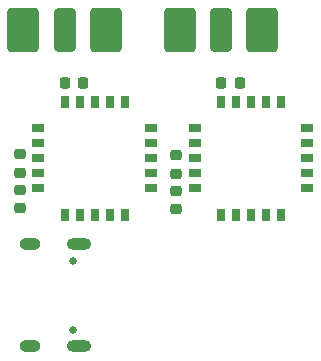
<source format=gbr>
%TF.GenerationSoftware,KiCad,Pcbnew,8.0.5*%
%TF.CreationDate,2025-02-04T19:21:07-06:00*%
%TF.ProjectId,Feather1268,46656174-6865-4723-9132-36382e6b6963,rev?*%
%TF.SameCoordinates,Original*%
%TF.FileFunction,Soldermask,Bot*%
%TF.FilePolarity,Negative*%
%FSLAX46Y46*%
G04 Gerber Fmt 4.6, Leading zero omitted, Abs format (unit mm)*
G04 Created by KiCad (PCBNEW 8.0.5) date 2025-02-04 19:21:07*
%MOMM*%
%LPD*%
G01*
G04 APERTURE LIST*
G04 Aperture macros list*
%AMRoundRect*
0 Rectangle with rounded corners*
0 $1 Rounding radius*
0 $2 $3 $4 $5 $6 $7 $8 $9 X,Y pos of 4 corners*
0 Add a 4 corners polygon primitive as box body*
4,1,4,$2,$3,$4,$5,$6,$7,$8,$9,$2,$3,0*
0 Add four circle primitives for the rounded corners*
1,1,$1+$1,$2,$3*
1,1,$1+$1,$4,$5*
1,1,$1+$1,$6,$7*
1,1,$1+$1,$8,$9*
0 Add four rect primitives between the rounded corners*
20,1,$1+$1,$2,$3,$4,$5,0*
20,1,$1+$1,$4,$5,$6,$7,0*
20,1,$1+$1,$6,$7,$8,$9,0*
20,1,$1+$1,$8,$9,$2,$3,0*%
G04 Aperture macros list end*
%ADD10R,0.762800X1.061999*%
%ADD11R,1.061999X0.762800*%
%ADD12RoundRect,0.218750X-0.218750X-0.256250X0.218750X-0.256250X0.218750X0.256250X-0.218750X0.256250X0*%
%ADD13RoundRect,0.250000X0.640000X-1.595000X0.640000X1.595000X-0.640000X1.595000X-0.640000X-1.595000X0*%
%ADD14RoundRect,0.250000X1.082500X-1.595000X1.082500X1.595000X-1.082500X1.595000X-1.082500X-1.595000X0*%
%ADD15C,0.650000*%
%ADD16O,2.100000X1.000000*%
%ADD17O,1.800000X1.000000*%
%ADD18RoundRect,0.225000X-0.250000X0.225000X-0.250000X-0.225000X0.250000X-0.225000X0.250000X0.225000X0*%
%ADD19RoundRect,0.225000X0.250000X-0.225000X0.250000X0.225000X-0.250000X0.225000X-0.250000X-0.225000X0*%
G04 APERTURE END LIST*
D10*
%TO.C,U4*%
X121992500Y-45420600D03*
X123262500Y-45420600D03*
X124532500Y-45420600D03*
X125802500Y-45420600D03*
X127072500Y-45420600D03*
D11*
X129305300Y-43187800D03*
X129305300Y-41917800D03*
X129305300Y-40647800D03*
X129305300Y-39377800D03*
X129305300Y-38107800D03*
D10*
X127072500Y-35875000D03*
X125802500Y-35875000D03*
X124532500Y-35875000D03*
X123262500Y-35875000D03*
X121992500Y-35875000D03*
D11*
X119759700Y-38107800D03*
X119759700Y-39377800D03*
X119759700Y-40647800D03*
X119759700Y-41917800D03*
X119759700Y-43187800D03*
%TD*%
%TO.C,U1*%
X132997200Y-43187800D03*
X132997200Y-41917800D03*
X132997200Y-40647800D03*
X132997200Y-39377800D03*
X132997200Y-38107800D03*
D10*
X135230000Y-35875000D03*
X136500000Y-35875000D03*
X137770000Y-35875000D03*
X139040000Y-35875000D03*
X140310000Y-35875000D03*
D11*
X142542800Y-38107800D03*
X142542800Y-39377800D03*
X142542800Y-40647800D03*
X142542800Y-41917800D03*
X142542800Y-43187800D03*
D10*
X140310000Y-45420600D03*
X139040000Y-45420600D03*
X137770000Y-45420600D03*
X136500000Y-45420600D03*
X135230000Y-45420600D03*
%TD*%
D12*
%TO.C,L2*%
X122005000Y-34275000D03*
X123580000Y-34275000D03*
%TD*%
%TO.C,L1*%
X135242500Y-34275000D03*
X136817500Y-34275000D03*
%TD*%
D13*
%TO.C,J3*%
X121992500Y-29765000D03*
D14*
X125485000Y-29765000D03*
X118500000Y-29765000D03*
%TD*%
D15*
%TO.C,J2*%
X122715000Y-49360000D03*
X122715000Y-55140000D03*
D16*
X123215000Y-47930000D03*
D17*
X119035000Y-47930000D03*
D16*
X123215000Y-56570000D03*
D17*
X119035000Y-56570000D03*
%TD*%
D14*
%TO.C,J1*%
X131737500Y-29765000D03*
X138722500Y-29765000D03*
D13*
X135230000Y-29765000D03*
%TD*%
D18*
%TO.C,C8*%
X118192500Y-43325000D03*
X118192500Y-44875000D03*
%TD*%
%TO.C,C3*%
X131430000Y-44925000D03*
X131430000Y-43375000D03*
%TD*%
%TO.C,C2*%
X131430000Y-41950000D03*
X131430000Y-40400000D03*
%TD*%
D19*
%TO.C,C1*%
X118192500Y-41850000D03*
X118192500Y-40300000D03*
%TD*%
M02*

</source>
